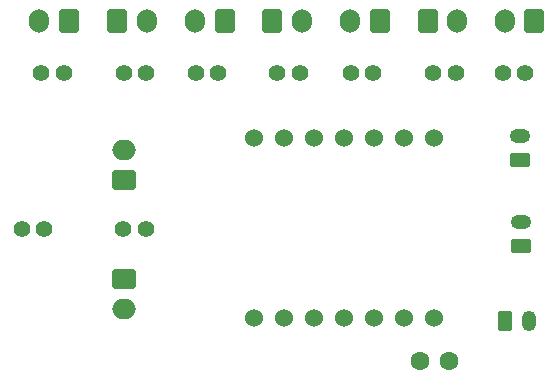
<source format=gbr>
%TF.GenerationSoftware,KiCad,Pcbnew,9.0.2*%
%TF.CreationDate,2025-08-29T09:25:12+10:00*%
%TF.ProjectId,fsr_right,6673725f-7269-4676-9874-2e6b69636164,rev?*%
%TF.SameCoordinates,Original*%
%TF.FileFunction,Soldermask,Bot*%
%TF.FilePolarity,Negative*%
%FSLAX46Y46*%
G04 Gerber Fmt 4.6, Leading zero omitted, Abs format (unit mm)*
G04 Created by KiCad (PCBNEW 9.0.2) date 2025-08-29 09:25:12*
%MOMM*%
%LPD*%
G01*
G04 APERTURE LIST*
G04 Aperture macros list*
%AMRoundRect*
0 Rectangle with rounded corners*
0 $1 Rounding radius*
0 $2 $3 $4 $5 $6 $7 $8 $9 X,Y pos of 4 corners*
0 Add a 4 corners polygon primitive as box body*
4,1,4,$2,$3,$4,$5,$6,$7,$8,$9,$2,$3,0*
0 Add four circle primitives for the rounded corners*
1,1,$1+$1,$2,$3*
1,1,$1+$1,$4,$5*
1,1,$1+$1,$6,$7*
1,1,$1+$1,$8,$9*
0 Add four rect primitives between the rounded corners*
20,1,$1+$1,$2,$3,$4,$5,0*
20,1,$1+$1,$4,$5,$6,$7,0*
20,1,$1+$1,$6,$7,$8,$9,0*
20,1,$1+$1,$8,$9,$2,$3,0*%
G04 Aperture macros list end*
%ADD10RoundRect,0.250000X0.600000X0.750000X-0.600000X0.750000X-0.600000X-0.750000X0.600000X-0.750000X0*%
%ADD11O,1.700000X2.000000*%
%ADD12C,1.400000*%
%ADD13C,1.524000*%
%ADD14RoundRect,0.250000X0.625000X-0.350000X0.625000X0.350000X-0.625000X0.350000X-0.625000X-0.350000X0*%
%ADD15O,1.750000X1.200000*%
%ADD16RoundRect,0.250000X-0.350000X-0.625000X0.350000X-0.625000X0.350000X0.625000X-0.350000X0.625000X0*%
%ADD17O,1.200000X1.750000*%
%ADD18RoundRect,0.250000X-0.750000X0.600000X-0.750000X-0.600000X0.750000X-0.600000X0.750000X0.600000X0*%
%ADD19O,2.000000X1.700000*%
%ADD20C,1.600000*%
%ADD21RoundRect,0.250000X-0.600000X-0.750000X0.600000X-0.750000X0.600000X0.750000X-0.600000X0.750000X0*%
%ADD22RoundRect,0.250000X0.750000X-0.600000X0.750000X0.600000X-0.750000X0.600000X-0.750000X-0.600000X0*%
G04 APERTURE END LIST*
D10*
%TO.C,JMid1*%
X157850000Y-73145000D03*
D11*
X155350000Y-73145000D03*
%TD*%
D10*
%TO.C,JRin1*%
X170950000Y-73145000D03*
D11*
X168450000Y-73145000D03*
%TD*%
D12*
%TO.C,RMid2*%
X164205000Y-77600000D03*
X162305000Y-77600000D03*
%TD*%
D13*
%TO.C,U1*%
X175540000Y-83060000D03*
X173000000Y-83060000D03*
X170460000Y-83060000D03*
X167920000Y-83060000D03*
X165380000Y-83060000D03*
X162840000Y-83060000D03*
X160300000Y-83060000D03*
X160300000Y-98300000D03*
X162840000Y-98300000D03*
X165380000Y-98300000D03*
X167920000Y-98300000D03*
X170460000Y-98300000D03*
X173000000Y-98300000D03*
X175540000Y-98300000D03*
%TD*%
D12*
%TO.C,RRin2*%
X177405000Y-77600000D03*
X175505000Y-77600000D03*
%TD*%
D14*
%TO.C,SW2*%
X182900000Y-92200000D03*
D15*
X182900000Y-90200000D03*
%TD*%
D12*
%TO.C,RMid1*%
X155395000Y-77600000D03*
X157295000Y-77600000D03*
%TD*%
D16*
%TO.C,bat2*%
X181600000Y-98550000D03*
D17*
X183600000Y-98550000D03*
%TD*%
D18*
%TO.C,JTh1*%
X149345000Y-95050000D03*
D19*
X149345000Y-97550000D03*
%TD*%
D20*
%TO.C,C2*%
X176850000Y-102000000D03*
X174350000Y-102000000D03*
%TD*%
D14*
%TO.C,bat4*%
X182850000Y-84900000D03*
D15*
X182850000Y-82900000D03*
%TD*%
D12*
%TO.C,RRin1*%
X168495000Y-77600000D03*
X170395000Y-77600000D03*
%TD*%
%TO.C,RPin1*%
X181395000Y-77600000D03*
X183295000Y-77600000D03*
%TD*%
D10*
%TO.C,JIn1*%
X144650000Y-73145000D03*
D11*
X142150000Y-73145000D03*
%TD*%
D12*
%TO.C,RTh1*%
X149240000Y-90750000D03*
X151140000Y-90750000D03*
%TD*%
%TO.C,RTh2*%
X140640000Y-90750000D03*
X142540000Y-90750000D03*
%TD*%
%TO.C,RIn2*%
X151200000Y-77600000D03*
X149300000Y-77600000D03*
%TD*%
%TO.C,RIn1*%
X142295000Y-77600000D03*
X144195000Y-77600000D03*
%TD*%
D10*
%TO.C,JPin1*%
X184050000Y-73145000D03*
D11*
X181550000Y-73145000D03*
%TD*%
D21*
%TO.C,JIn2*%
X148750000Y-73145000D03*
D11*
X151250000Y-73145000D03*
%TD*%
D21*
%TO.C,JMid2*%
X161850000Y-73145000D03*
D11*
X164350000Y-73145000D03*
%TD*%
D21*
%TO.C,JRin2*%
X175050000Y-73145000D03*
D11*
X177550000Y-73145000D03*
%TD*%
D22*
%TO.C,JTh2*%
X149290000Y-86600000D03*
D19*
X149290000Y-84100000D03*
%TD*%
M02*

</source>
